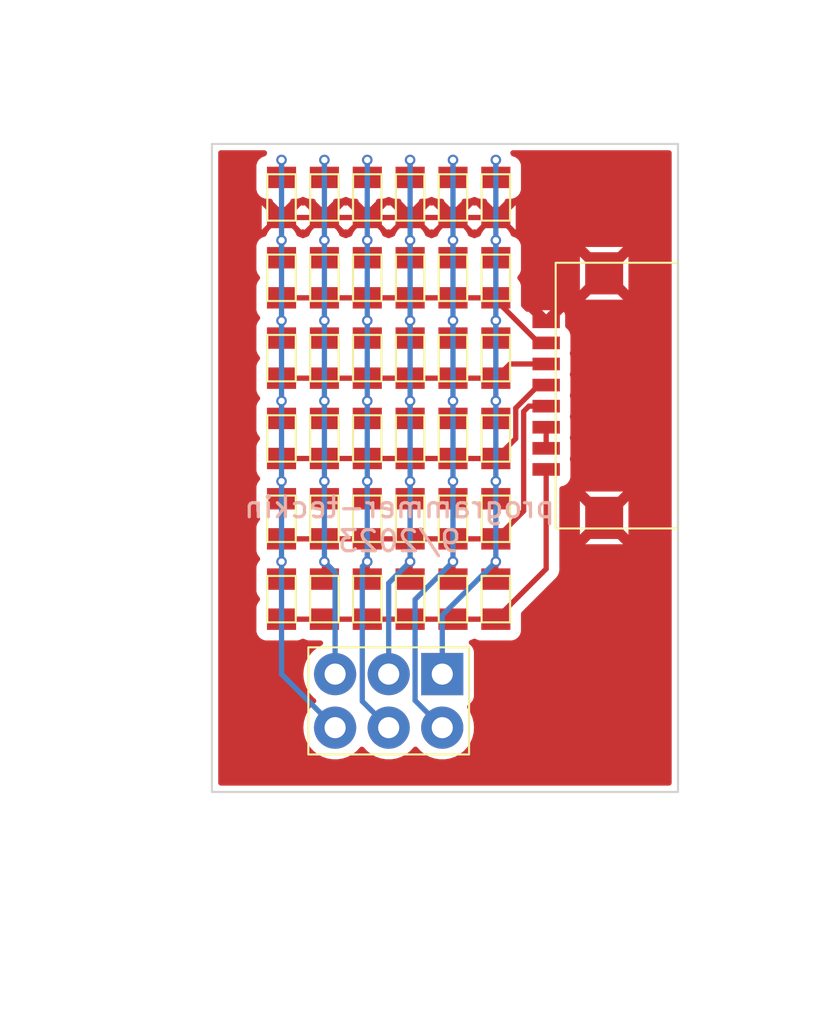
<source format=kicad_pcb>
(kicad_pcb (version 20221018) (generator pcbnew)
  (layers (0 "F.Cu" signal) (31 "B.Cu" signal) (34 "B.Paste" user) (35 "F.Paste" user) (36 "B.SilkS" user "B.Silkscreen") (37 "F.SilkS" user "F.Silkscreen") (38 "B.Mask" user) (39 "F.Mask" user) (44 "Edge.Cuts" user))
  (net 0 "")
  (net 1 "Net-(J1-P1)")
  (net 2 "Net-(J1-P2)")
  (net 3 "Net-(J1-P4)")
  (net 4 "Net-(J1-P5)")
  (net 5 "Net-(J1-P6)")
  (net 6 "Net-(J1-P7)")
  (net 7 "Net-(J1-GND)")
  (net 8 "Net-(J2-P1)")
  (net 9 "Net-(J2-P2)")
  (net 10 "Net-(J2-P3)")
  (net 11 "Net-(J2-P4)")
  (net 12 "Net-(J2-P5)")
  (net 13 "Net-(J2-P6)")
  (footprint "zandmd:PASSIVE-NPOL-0805" (layer "F.Cu") (at 106.934 41.656 90)
    (fp_text reference "R8")
    (fp_text value "0")
    (fp_rect (start -1.1 -0.675) (end 1.1 0.675) (stroke (width 0.1)) (fill none) (layer "F.SilkS"))
    (pad "1" smd rect (at -0.9505 0 90) (size 1.0156 1.3815) (layers "F.Cu" "F.Paste" "F.Mask") (net 6 "Net-(J1-P7)"))
    (pad "2" smd rect (at 0.9505 0 90) (size 1.0156 1.3815) (layers "F.Cu" "F.Paste" "F.Mask") (net 12 "Net-(J2-P5)"))
  )
  (footprint "zandmd:PASSIVE-NPOL-0805" (layer "F.Cu") (at 115.062 56.896 -90)
    (fp_text reference "R36")
    (fp_text value "0")
    (fp_rect (start -1.1 -0.675) (end 1.1 0.675) (stroke (width 0.1)) (fill none) (layer "F.SilkS"))
    (pad "1" smd rect (at -0.9505 0 270) (size 1.0156 1.3815) (layers "F.Cu" "F.Paste" "F.Mask") (net 8 "Net-(J2-P1)"))
    (pad "2" smd rect (at 0.9505 0 270) (size 1.0156 1.3815) (layers "F.Cu" "F.Paste" "F.Mask") (net 1 "Net-(J1-P1)"))
  )
  (footprint "zandmd:PASSIVE-NPOL-0805" (layer "F.Cu") (at 113.03 53.086 -90)
    (fp_text reference "R29")
    (fp_text value "0")
    (fp_rect (start -1.1 -0.675) (end 1.1 0.675) (stroke (width 0.1)) (fill none) (layer "F.SilkS"))
    (pad "1" smd rect (at -0.9505 0 270) (size 1.0156 1.3815) (layers "F.Cu" "F.Paste" "F.Mask") (net 9 "Net-(J2-P2)"))
    (pad "2" smd rect (at 0.9505 0 270) (size 1.0156 1.3815) (layers "F.Cu" "F.Paste" "F.Mask") (net 3 "Net-(J1-P4)"))
  )
  (footprint "zandmd:PASSIVE-NPOL-0805" (layer "F.Cu") (at 115.062 45.466 -90)
    (fp_text reference "R18")
    (fp_text value "0")
    (fp_rect (start -1.1 -0.675) (end 1.1 0.675) (stroke (width 0.1)) (fill none) (layer "F.SilkS"))
    (pad "1" smd rect (at -0.9505 0 270) (size 1.0156 1.3815) (layers "F.Cu" "F.Paste" "F.Mask") (net 8 "Net-(J2-P1)"))
    (pad "2" smd rect (at 0.9505 0 270) (size 1.0156 1.3815) (layers "F.Cu" "F.Paste" "F.Mask") (net 5 "Net-(J1-P6)"))
  )
  (footprint "zandmd:PASSIVE-NPOL-0805" (layer "F.Cu") (at 115.062 37.846 -90)
    (fp_text reference "R6")
    (fp_text value "0")
    (fp_rect (start -1.1 -0.675) (end 1.1 0.675) (stroke (width 0.1)) (fill none) (layer "F.SilkS"))
    (pad "1" smd rect (at -0.9505 0 270) (size 1.0156 1.3815) (layers "F.Cu" "F.Paste" "F.Mask") (net 8 "Net-(J2-P1)"))
    (pad "2" smd rect (at 0.9505 0 270) (size 1.0156 1.3815) (layers "F.Cu" "F.Paste" "F.Mask") (net 7 "Net-(J1-GND)"))
  )
  (footprint "zandmd:PASSIVE-NPOL-0805" (layer "F.Cu") (at 115.062 53.086 -90)
    (fp_text reference "R30")
    (fp_text value "0")
    (fp_rect (start -1.1 -0.675) (end 1.1 0.675) (stroke (width 0.1)) (fill none) (layer "F.SilkS"))
    (pad "1" smd rect (at -0.9505 0 270) (size 1.0156 1.3815) (layers "F.Cu" "F.Paste" "F.Mask") (net 8 "Net-(J2-P1)"))
    (pad "2" smd rect (at 0.9505 0 270) (size 1.0156 1.3815) (layers "F.Cu" "F.Paste" "F.Mask") (net 3 "Net-(J1-P4)"))
  )
  (footprint "zandmd:PASSIVE-NPOL-0805" (layer "F.Cu") (at 108.966 53.086 90)
    (fp_text reference "R27")
    (fp_text value "0")
    (fp_rect (start -1.1 -0.675) (end 1.1 0.675) (stroke (width 0.1)) (fill none) (layer "F.SilkS"))
    (pad "1" smd rect (at -0.9505 0 90) (size 1.0156 1.3815) (layers "F.Cu" "F.Paste" "F.Mask") (net 3 "Net-(J1-P4)"))
    (pad "2" smd rect (at 0.9505 0 90) (size 1.0156 1.3815) (layers "F.Cu" "F.Paste" "F.Mask") (net 11 "Net-(J2-P4)"))
  )
  (footprint "zandmd:CF25081D0R0-10-NH" (layer "F.Cu") (at 123.698 47.244 90)
    (fp_text reference "J1")
    (fp_text value "CF25081D0R0-10-NH")
    (fp_rect (start -6.3 -5.8) (end 6.3 0) (stroke (width 0.1)) (fill none) (layer "F.SilkS"))
    (pad "1" smd rect (at -3.5 -6.25 90) (size 0.6 1.3) (layers "F.Cu" "F.Paste" "F.Mask") (net 1 "Net-(J1-P1)"))
    (pad "2" smd rect (at -2.5 -6.25 90) (size 0.6 1.3) (layers "F.Cu" "F.Paste" "F.Mask") (net 2 "Net-(J1-P2)"))
    (pad "3" smd rect (at -1.5 -6.25 90) (size 0.6 1.3) (layers "F.Cu" "F.Paste" "F.Mask") (net 2 "Net-(J1-P2)"))
    (pad "4" smd rect (at -0.5 -6.25 90) (size 0.6 1.3) (layers "F.Cu" "F.Paste" "F.Mask") (net 3 "Net-(J1-P4)"))
    (pad "5" smd rect (at 0.5 -6.25 90) (size 0.6 1.3) (layers "F.Cu" "F.Paste" "F.Mask") (net 4 "Net-(J1-P5)"))
    (pad "6" smd rect (at 1.5 -6.25 90) (size 0.6 1.3) (layers "F.Cu" "F.Paste" "F.Mask") (net 5 "Net-(J1-P6)"))
    (pad "7" smd rect (at 2.5 -6.25 90) (size 0.6 1.3) (layers "F.Cu" "F.Paste" "F.Mask") (net 6 "Net-(J1-P7)"))
    (pad "8" smd rect (at 3.5 -6.25 90) (size 0.6 1.3) (layers "F.Cu" "F.Paste" "F.Mask") (net 7 "Net-(J1-GND)"))
    (pad "9" smd rect (at -5.8 -3.5 90) (size 2 1.8) (layers "F.Cu" "F.Paste" "F.Mask") (net 7 "Net-(J1-GND)"))
    (pad "9" smd rect (at 5.8 -3.5 90) (size 2 1.8) (layers "F.Cu" "F.Paste" "F.Mask") (net 7 "Net-(J1-GND)"))
  )
  (footprint "zandmd:PASSIVE-NPOL-0805" (layer "F.Cu") (at 110.998 41.656 -90)
    (fp_text reference "R10")
    (fp_text value "0")
    (fp_rect (start -1.1 -0.675) (end 1.1 0.675) (stroke (width 0.1)) (fill none) (layer "F.SilkS"))
    (pad "1" smd rect (at -0.9505 0 270) (size 1.0156 1.3815) (layers "F.Cu" "F.Paste" "F.Mask") (net 10 "Net-(J2-P3)"))
    (pad "2" smd rect (at 0.9505 0 270) (size 1.0156 1.3815) (layers "F.Cu" "F.Paste" "F.Mask") (net 6 "Net-(J1-P7)"))
  )
  (footprint "zandmd:PASSIVE-NPOL-0805" (layer "F.Cu") (at 113.03 49.276 -90)
    (fp_text reference "R23")
    (fp_text value "0")
    (fp_rect (start -1.1 -0.675) (end 1.1 0.675) (stroke (width 0.1)) (fill none) (layer "F.SilkS"))
    (pad "1" smd rect (at -0.9505 0 270) (size 1.0156 1.3815) (layers "F.Cu" "F.Paste" "F.Mask") (net 9 "Net-(J2-P2)"))
    (pad "2" smd rect (at 0.9505 0 270) (size 1.0156 1.3815) (layers "F.Cu" "F.Paste" "F.Mask") (net 4 "Net-(J1-P5)"))
  )
  (footprint "zandmd:PASSIVE-NPOL-0805" (layer "F.Cu") (at 108.966 56.896 90)
    (fp_text reference "R33")
    (fp_text value "0")
    (fp_rect (start -1.1 -0.675) (end 1.1 0.675) (stroke (width 0.1)) (fill none) (layer "F.SilkS"))
    (pad "1" smd rect (at -0.9505 0 90) (size 1.0156 1.3815) (layers "F.Cu" "F.Paste" "F.Mask") (net 1 "Net-(J1-P1)"))
    (pad "2" smd rect (at 0.9505 0 90) (size 1.0156 1.3815) (layers "F.Cu" "F.Paste" "F.Mask") (net 11 "Net-(J2-P4)"))
  )
  (footprint "zandmd:PASSIVE-NPOL-0805" (layer "F.Cu") (at 108.966 45.466 90)
    (fp_text reference "R15")
    (fp_text value "0")
    (fp_rect (start -1.1 -0.675) (end 1.1 0.675) (stroke (width 0.1)) (fill none) (layer "F.SilkS"))
    (pad "1" smd rect (at -0.9505 0 90) (size 1.0156 1.3815) (layers "F.Cu" "F.Paste" "F.Mask") (net 5 "Net-(J1-P6)"))
    (pad "2" smd rect (at 0.9505 0 90) (size 1.0156 1.3815) (layers "F.Cu" "F.Paste" "F.Mask") (net 11 "Net-(J2-P4)"))
  )
  (footprint "zandmd:PASSIVE-NPOL-0805" (layer "F.Cu") (at 113.03 45.466 -90)
    (fp_text reference "R17")
    (fp_text value "0")
    (fp_rect (start -1.1 -0.675) (end 1.1 0.675) (stroke (width 0.1)) (fill none) (layer "F.SilkS"))
    (pad "1" smd rect (at -0.9505 0 270) (size 1.0156 1.3815) (layers "F.Cu" "F.Paste" "F.Mask") (net 9 "Net-(J2-P2)"))
    (pad "2" smd rect (at 0.9505 0 270) (size 1.0156 1.3815) (layers "F.Cu" "F.Paste" "F.Mask") (net 5 "Net-(J1-P6)"))
  )
  (footprint "zandmd:PASSIVE-NPOL-0805" (layer "F.Cu") (at 113.03 41.656 -90)
    (fp_text reference "R11")
    (fp_text value "0")
    (fp_rect (start -1.1 -0.675) (end 1.1 0.675) (stroke (width 0.1)) (fill none) (layer "F.SilkS"))
    (pad "1" smd rect (at -0.9505 0 270) (size 1.0156 1.3815) (layers "F.Cu" "F.Paste" "F.Mask") (net 9 "Net-(J2-P2)"))
    (pad "2" smd rect (at 0.9505 0 270) (size 1.0156 1.3815) (layers "F.Cu" "F.Paste" "F.Mask") (net 6 "Net-(J1-P7)"))
  )
  (footprint "zandmd:PASSIVE-NPOL-0805" (layer "F.Cu") (at 108.966 41.656 90)
    (fp_text reference "R9")
    (fp_text value "0")
    (fp_rect (start -1.1 -0.675) (end 1.1 0.675) (stroke (width 0.1)) (fill none) (layer "F.SilkS"))
    (pad "1" smd rect (at -0.9505 0 90) (size 1.0156 1.3815) (layers "F.Cu" "F.Paste" "F.Mask") (net 6 "Net-(J1-P7)"))
    (pad "2" smd rect (at 0.9505 0 90) (size 1.0156 1.3815) (layers "F.Cu" "F.Paste" "F.Mask") (net 11 "Net-(J2-P4)"))
  )
  (footprint "zandmd:PASSIVE-NPOL-0805" (layer "F.Cu") (at 108.966 37.846 90)
    (fp_text reference "R3")
    (fp_text value "0")
    (fp_rect (start -1.1 -0.675) (end 1.1 0.675) (stroke (width 0.1)) (fill none) (layer "F.SilkS"))
    (pad "1" smd rect (at -0.9505 0 90) (size 1.0156 1.3815) (layers "F.Cu" "F.Paste" "F.Mask") (net 7 "Net-(J1-GND)"))
    (pad "2" smd rect (at 0.9505 0 90) (size 1.0156 1.3815) (layers "F.Cu" "F.Paste" "F.Mask") (net 11 "Net-(J2-P4)"))
  )
  (footprint "zandmd:PASSIVE-NPOL-0805" (layer "F.Cu") (at 106.934 56.896 90)
    (fp_text reference "R32")
    (fp_text value "0")
    (fp_rect (start -1.1 -0.675) (end 1.1 0.675) (stroke (width 0.1)) (fill none) (layer "F.SilkS"))
    (pad "1" smd rect (at -0.9505 0 90) (size 1.0156 1.3815) (layers "F.Cu" "F.Paste" "F.Mask") (net 1 "Net-(J1-P1)"))
    (pad "2" smd rect (at 0.9505 0 90) (size 1.0156 1.3815) (layers "F.Cu" "F.Paste" "F.Mask") (net 12 "Net-(J2-P5)"))
  )
  (footprint "zandmd:PASSIVE-NPOL-0805" (layer "F.Cu") (at 104.902 53.086 90)
    (fp_text reference "R25")
    (fp_text value "0")
    (fp_rect (start -1.1 -0.675) (end 1.1 0.675) (stroke (width 0.1)) (fill none) (layer "F.SilkS"))
    (pad "1" smd rect (at -0.9505 0 90) (size 1.0156 1.3815) (layers "F.Cu" "F.Paste" "F.Mask") (net 3 "Net-(J1-P4)"))
    (pad "2" smd rect (at 0.9505 0 90) (size 1.0156 1.3815) (layers "F.Cu" "F.Paste" "F.Mask") (net 13 "Net-(J2-P6)"))
  )
  (footprint "zandmd:PASSIVE-NPOL-0805" (layer "F.Cu") (at 113.03 56.896 -90)
    (fp_text reference "R35")
    (fp_text value "0")
    (fp_rect (start -1.1 -0.675) (end 1.1 0.675) (stroke (width 0.1)) (fill none) (layer "F.SilkS"))
    (pad "1" smd rect (at -0.9505 0 270) (size 1.0156 1.3815) (layers "F.Cu" "F.Paste" "F.Mask") (net 9 "Net-(J2-P2)"))
    (pad "2" smd rect (at 0.9505 0 270) (size 1.0156 1.3815) (layers "F.Cu" "F.Paste" "F.Mask") (net 1 "Net-(J1-P1)"))
  )
  (footprint "zandmd:PASSIVE-NPOL-0805" (layer "F.Cu") (at 104.902 56.896 90)
    (fp_text reference "R31")
    (fp_text value "0")
    (fp_rect (start -1.1 -0.675) (end 1.1 0.675) (stroke (width 0.1)) (fill none) (layer "F.SilkS"))
    (pad "1" smd rect (at -0.9505 0 90) (size 1.0156 1.3815) (layers "F.Cu" "F.Paste" "F.Mask") (net 1 "Net-(J1-P1)"))
    (pad "2" smd rect (at 0.9505 0 90) (size 1.0156 1.3815) (layers "F.Cu" "F.Paste" "F.Mask") (net 13 "Net-(J2-P6)"))
  )
  (footprint "zandmd:PASSIVE-NPOL-0805" (layer "F.Cu") (at 106.934 37.846 90)
    (fp_text reference "R2")
    (fp_text value "0")
    (fp_rect (start -1.1 -0.675) (end 1.1 0.675) (stroke (width 0.1)) (fill none) (layer "F.SilkS"))
    (pad "1" smd rect (at -0.9505 0 90) (size 1.0156 1.3815) (layers "F.Cu" "F.Paste" "F.Mask") (net 7 "Net-(J1-GND)"))
    (pad "2" smd rect (at 0.9505 0 90) (size 1.0156 1.3815) (layers "F.Cu" "F.Paste" "F.Mask") (net 12 "Net-(J2-P5)"))
  )
  (footprint "zandmd:PASSIVE-NPOL-0805" (layer "F.Cu") (at 106.934 49.276 90)
    (fp_text reference "R20")
    (fp_text value "0")
    (fp_rect (start -1.1 -0.675) (end 1.1 0.675) (stroke (width 0.1)) (fill none) (layer "F.SilkS"))
    (pad "1" smd rect (at -0.9505 0 90) (size 1.0156 1.3815) (layers "F.Cu" "F.Paste" "F.Mask") (net 4 "Net-(J1-P5)"))
    (pad "2" smd rect (at 0.9505 0 90) (size 1.0156 1.3815) (layers "F.Cu" "F.Paste" "F.Mask") (net 12 "Net-(J2-P5)"))
  )
  (footprint "zandmd:PASSIVE-NPOL-0805" (layer "F.Cu") (at 110.998 53.086 -90)
    (fp_text reference "R28")
    (fp_text value "0")
    (fp_rect (start -1.1 -0.675) (end 1.1 0.675) (stroke (width 0.1)) (fill none) (layer "F.SilkS"))
    (pad "1" smd rect (at -0.9505 0 270) (size 1.0156 1.3815) (layers "F.Cu" "F.Paste" "F.Mask") (net 10 "Net-(J2-P3)"))
    (pad "2" smd rect (at 0.9505 0 270) (size 1.0156 1.3815) (layers "F.Cu" "F.Paste" "F.Mask") (net 3 "Net-(J1-P4)"))
  )
  (footprint "zandmd:PASSIVE-NPOL-0805" (layer "F.Cu") (at 113.03 37.846 -90)
    (fp_text reference "R5")
    (fp_text value "0")
    (fp_rect (start -1.1 -0.675) (end 1.1 0.675) (stroke (width 0.1)) (fill none) (layer "F.SilkS"))
    (pad "1" smd rect (at -0.9505 0 270) (size 1.0156 1.3815) (layers "F.Cu" "F.Paste" "F.Mask") (net 9 "Net-(J2-P2)"))
    (pad "2" smd rect (at 0.9505 0 270) (size 1.0156 1.3815) (layers "F.Cu" "F.Paste" "F.Mask") (net 7 "Net-(J1-GND)"))
  )
  (footprint "zandmd:PASSIVE-NPOL-0805" (layer "F.Cu") (at 110.998 56.896 -90)
    (fp_text reference "R34")
    (fp_text value "0")
    (fp_rect (start -1.1 -0.675) (end 1.1 0.675) (stroke (width 0.1)) (fill none) (layer "F.SilkS"))
    (pad "1" smd rect (at -0.9505 0 270) (size 1.0156 1.3815) (layers "F.Cu" "F.Paste" "F.Mask") (net 10 "Net-(J2-P3)"))
    (pad "2" smd rect (at 0.9505 0 270) (size 1.0156 1.3815) (layers "F.Cu" "F.Paste" "F.Mask") (net 1 "Net-(J1-P1)"))
  )
  (footprint "zandmd:PASSIVE-NPOL-0805" (layer "F.Cu") (at 108.966 49.276 90)
    (fp_text reference "R21")
    (fp_text value "0")
    (fp_rect (start -1.1 -0.675) (end 1.1 0.675) (stroke (width 0.1)) (fill none) (layer "F.SilkS"))
    (pad "1" smd rect (at -0.9505 0 90) (size 1.0156 1.3815) (layers "F.Cu" "F.Paste" "F.Mask") (net 4 "Net-(J1-P5)"))
    (pad "2" smd rect (at 0.9505 0 90) (size 1.0156 1.3815) (layers "F.Cu" "F.Paste" "F.Mask") (net 11 "Net-(J2-P4)"))
  )
  (footprint "zandmd:PASSIVE-NPOL-0805" (layer "F.Cu") (at 104.902 37.846 90)
    (fp_text reference "R1")
    (fp_text value "0")
    (fp_rect (start -1.1 -0.675) (end 1.1 0.675) (stroke (width 0.1)) (fill none) (layer "F.SilkS"))
    (pad "1" smd rect (at -0.9505 0 90) (size 1.0156 1.3815) (layers "F.Cu" "F.Paste" "F.Mask") (net 7 "Net-(J1-GND)"))
    (pad "2" smd rect (at 0.9505 0 90) (size 1.0156 1.3815) (layers "F.Cu" "F.Paste" "F.Mask") (net 13 "Net-(J2-P6)"))
  )
  (footprint "zandmd:PASSIVE-NPOL-0805" (layer "F.Cu") (at 106.934 45.466 90)
    (fp_text reference "R14")
    (fp_text value "0")
    (fp_rect (start -1.1 -0.675) (end 1.1 0.675) (stroke (width 0.1)) (fill none) (layer "F.SilkS"))
    (pad "1" smd rect (at -0.9505 0 90) (size 1.0156 1.3815) (layers "F.Cu" "F.Paste" "F.Mask") (net 5 "Net-(J1-P6)"))
    (pad "2" smd rect (at 0.9505 0 90) (size 1.0156 1.3815) (layers "F.Cu" "F.Paste" "F.Mask") (net 12 "Net-(J2-P5)"))
  )
  (footprint "zandmd:PASSIVE-NPOL-0805" (layer "F.Cu") (at 115.062 41.656 -90)
    (fp_text reference "R12")
    (fp_text value "0")
    (fp_rect (start -1.1 -0.675) (end 1.1 0.675) (stroke (width 0.1)) (fill none) (layer "F.SilkS"))
    (pad "1" smd rect (at -0.9505 0 270) (size 1.0156 1.3815) (layers "F.Cu" "F.Paste" "F.Mask") (net 8 "Net-(J2-P1)"))
    (pad "2" smd rect (at 0.9505 0 270) (size 1.0156 1.3815) (layers "F.Cu" "F.Paste" "F.Mask") (net 6 "Net-(J1-P7)"))
  )
  (footprint "zandmd:PASSIVE-NPOL-0805" (layer "F.Cu") (at 115.062 49.276 -90)
    (fp_text reference "R24")
    (fp_text value "0")
    (fp_rect (start -1.1 -0.675) (end 1.1 0.675) (stroke (width 0.1)) (fill none) (layer "F.SilkS"))
    (pad "1" smd rect (at -0.9505 0 270) (size 1.0156 1.3815) (layers "F.Cu" "F.Paste" "F.Mask") (net 8 "Net-(J2-P1)"))
    (pad "2" smd rect (at 0.9505 0 270) (size 1.0156 1.3815) (layers "F.Cu" "F.Paste" "F.Mask") (net 4 "Net-(J1-P5)"))
  )
  (footprint "zandmd:PH2-06-UA" (layer "F.Cu") (at 109.982 61.722 180)
    (fp_text reference "J2")
    (fp_text value "PH2-06-UA")
    (fp_rect (start -3.81 -2.54) (end 3.81 2.54) (stroke (width 0.1)) (fill none) (layer "F.SilkS"))
    (pad "1" thru_hole rect (at -2.54 1.27 180) (size 2 2) (drill 1) (layers "*.Cu" "*.Mask") (net 8 "Net-(J2-P1)"))
    (pad "2" thru_hole circle (at -2.54 -1.27 180) (size 2 2) (drill 1) (layers "*.Cu" "*.Mask") (net 9 "Net-(J2-P2)"))
    (pad "3" thru_hole circle (at 0 1.27 180) (size 2 2) (drill 1) (layers "*.Cu" "*.Mask") (net 10 "Net-(J2-P3)"))
    (pad "4" thru_hole circle (at 0 -1.27 180) (size 2 2) (drill 1) (layers "*.Cu" "*.Mask") (net 11 "Net-(J2-P4)"))
    (pad "5" thru_hole circle (at 2.54 1.27 180) (size 2 2) (drill 1) (layers "*.Cu" "*.Mask") (net 12 "Net-(J2-P5)"))
    (pad "6" thru_hole circle (at 2.54 -1.27 180) (size 2 2) (drill 1) (layers "*.Cu" "*.Mask") (net 13 "Net-(J2-P6)"))
  )
  (footprint "zandmd:PASSIVE-NPOL-0805" (layer "F.Cu") (at 110.998 45.466 -90)
    (fp_text reference "R16")
    (fp_text value "0")
    (fp_rect (start -1.1 -0.675) (end 1.1 0.675) (stroke (width 0.1)) (fill none) (layer "F.SilkS"))
    (pad "1" smd rect (at -0.9505 0 270) (size 1.0156 1.3815) (layers "F.Cu" "F.Paste" "F.Mask") (net 10 "Net-(J2-P3)"))
    (pad "2" smd rect (at 0.9505 0 270) (size 1.0156 1.3815) (layers "F.Cu" "F.Paste" "F.Mask") (net 5 "Net-(J1-P6)"))
  )
  (footprint "zandmd:PASSIVE-NPOL-0805" (layer "F.Cu") (at 104.902 49.276 90)
    (fp_text reference "R19")
    (fp_text value "0")
    (fp_rect (start -1.1 -0.675) (end 1.1 0.675) (stroke (width 0.1)) (fill none) (layer "F.SilkS"))
    (pad "1" smd rect (at -0.9505 0 90) (size 1.0156 1.3815) (layers "F.Cu" "F.Paste" "F.Mask") (net 4 "Net-(J1-P5)"))
    (pad "2" smd rect (at 0.9505 0 90) (size 1.0156 1.3815) (layers "F.Cu" "F.Paste" "F.Mask") (net 13 "Net-(J2-P6)"))
  )
  (footprint "zandmd:PASSIVE-NPOL-0805" (layer "F.Cu") (at 110.998 49.276 -90)
    (fp_text reference "R22")
    (fp_text value "0")
    (fp_rect (start -1.1 -0.675) (end 1.1 0.675) (stroke (width 0.1)) (fill none) (layer "F.SilkS"))
    (pad "1" smd rect (at -0.9505 0 270) (size 1.0156 1.3815) (layers "F.Cu" "F.Paste" "F.Mask") (net 10 "Net-(J2-P3)"))
    (pad "2" smd rect (at 0.9505 0 270) (size 1.0156 1.3815) (layers "F.Cu" "F.Paste" "F.Mask") (net 4 "Net-(J1-P5)"))
  )
  (footprint "zandmd:PASSIVE-NPOL-0805" (layer "F.Cu") (at 104.902 41.656 90)
    (fp_text reference "R7")
    (fp_text value "0")
    (fp_rect (start -1.1 -0.675) (end 1.1 0.675) (stroke (width 0.1)) (fill none) (layer "F.SilkS"))
    (pad "1" smd rect (at -0.9505 0 90) (size 1.0156 1.3815) (layers "F.Cu" "F.Paste" "F.Mask") (net 6 "Net-(J1-P7)"))
    (pad "2" smd rect (at 0.9505 0 90) (size 1.0156 1.3815) (layers "F.Cu" "F.Paste" "F.Mask") (net 13 "Net-(J2-P6)"))
  )
  (footprint "zandmd:PASSIVE-NPOL-0805" (layer "F.Cu") (at 104.902 45.466 90)
    (fp_text reference "R13")
    (fp_text value "0")
    (fp_rect (start -1.1 -0.675) (end 1.1 0.675) (stroke (width 0.1)) (fill none) (layer "F.SilkS"))
    (pad "1" smd rect (at -0.9505 0 90) (size 1.0156 1.3815) (layers "F.Cu" "F.Paste" "F.Mask") (net 5 "Net-(J1-P6)"))
    (pad "2" smd rect (at 0.9505 0 90) (size 1.0156 1.3815) (layers "F.Cu" "F.Paste" "F.Mask") (net 13 "Net-(J2-P6)"))
  )
  (footprint "zandmd:PASSIVE-NPOL-0805" (layer "F.Cu") (at 106.934 53.086 90)
    (fp_text reference "R26")
    (fp_text value "0")
    (fp_rect (start -1.1 -0.675) (end 1.1 0.675) (stroke (width 0.1)) (fill none) (layer "F.SilkS"))
    (pad "1" smd rect (at -0.9505 0 90) (size 1.0156 1.3815) (layers "F.Cu" "F.Paste" "F.Mask") (net 3 "Net-(J1-P4)"))
    (pad "2" smd rect (at 0.9505 0 90) (size 1.0156 1.3815) (layers "F.Cu" "F.Paste" "F.Mask") (net 12 "Net-(J2-P5)"))
  )
  (footprint "zandmd:PASSIVE-NPOL-0805" (layer "F.Cu") (at 110.998 37.846 -90)
    (fp_text reference "R4")
    (fp_text value "0")
    (fp_rect (start -1.1 -0.675) (end 1.1 0.675) (stroke (width 0.1)) (fill none) (layer "F.SilkS"))
    (pad "1" smd rect (at -0.9505 0 270) (size 1.0156 1.3815) (layers "F.Cu" "F.Paste" "F.Mask") (net 10 "Net-(J2-P3)"))
    (pad "2" smd rect (at 0.9505 0 270) (size 1.0156 1.3815) (layers "F.Cu" "F.Paste" "F.Mask") (net 7 "Net-(J1-GND)"))
  )
  (gr_rect (start 101.6 35.306) (end 123.698 66.04) (stroke (width 0.1)) (fill none) (layer "Edge.Cuts"))
  (gr_text "programmer-teckin\n9/2023" (at 110.49 53.34) (layer "B.SilkS") (effects (font (size 1 1) (thickness 0.153)) (justify mirror)))
  (segment (start 117.448 50.744) (end 117.448 55.4605) (width 0.25) (layer "F.Cu") (net 1))
  (segment (start 108.966 57.8465) (end 106.934 57.8465) (width 0.25) (layer "F.Cu") (net 1))
  (segment (start 117.448 55.4605) (end 115.062 57.8465) (width 0.25) (layer "F.Cu") (net 1))
  (segment (start 110.998 57.8465) (end 108.966 57.8465) (width 0.25) (layer "F.Cu") (net 1))
  (segment (start 113.03 57.8465) (end 110.998 57.8465) (width 0.25) (layer "F.Cu") (net 1))
  (segment (start 115.062 57.8465) (end 113.03 57.8465) (width 0.25) (layer "F.Cu") (net 1))
  (segment (start 106.934 57.8465) (end 104.902 57.8465) (width 0.25) (layer "F.Cu") (net 1))
  (segment (start 117.448 49.744) (end 117.448 48.744) (width 0.25) (layer "F.Cu") (net 2))
  (segment (start 117.448 47.744) (end 116.631158 47.744) (width 0.25) (layer "F.Cu") (net 3))
  (segment (start 116.38175 52.71675) (end 115.062 54.0365) (width 0.25) (layer "F.Cu") (net 3))
  (segment (start 116.38175 47.993408) (end 116.38175 52.71675) (width 0.25) (layer "F.Cu") (net 3))
  (segment (start 104.902 54.0365) (end 106.934 54.0365) (width 0.25) (layer "F.Cu") (net 3))
  (segment (start 110.998 54.0365) (end 113.03 54.0365) (width 0.25) (layer "F.Cu") (net 3))
  (segment (start 108.966 54.0365) (end 110.998 54.0365) (width 0.25) (layer "F.Cu") (net 3))
  (segment (start 113.03 54.0365) (end 115.062 54.0365) (width 0.25) (layer "F.Cu") (net 3))
  (segment (start 116.631158 47.744) (end 116.38175 47.993408) (width 0.25) (layer "F.Cu") (net 3))
  (segment (start 106.934 54.0365) (end 108.966 54.0365) (width 0.25) (layer "F.Cu") (net 3))
  (segment (start 117.448 46.744) (end 117.098 46.744) (width 0.25) (layer "F.Cu") (net 4))
  (segment (start 108.966 50.2265) (end 106.934 50.2265) (width 0.25) (layer "F.Cu") (net 4))
  (segment (start 115.062 50.2265) (end 113.03 50.2265) (width 0.25) (layer "F.Cu") (net 4))
  (segment (start 117.098 46.744) (end 116.00475 47.83725) (width 0.25) (layer "F.Cu") (net 4))
  (segment (start 113.03 50.2265) (end 110.998 50.2265) (width 0.25) (layer "F.Cu") (net 4))
  (segment (start 116.00475 47.83725) (end 116.00475 49.28375) (width 0.25) (layer "F.Cu") (net 4))
  (segment (start 116.00475 49.28375) (end 115.062 50.2265) (width 0.25) (layer "F.Cu") (net 4))
  (segment (start 106.934 50.2265) (end 104.902 50.2265) (width 0.25) (layer "F.Cu") (net 4))
  (segment (start 110.998 50.2265) (end 108.966 50.2265) (width 0.25) (layer "F.Cu") (net 4))
  (segment (start 110.998 46.4165) (end 113.03 46.4165) (width 0.25) (layer "F.Cu") (net 5))
  (segment (start 106.934 46.4165) (end 108.966 46.4165) (width 0.25) (layer "F.Cu") (net 5))
  (segment (start 108.966 46.4165) (end 110.998 46.4165) (width 0.25) (layer "F.Cu") (net 5))
  (segment (start 104.902 46.4165) (end 106.934 46.4165) (width 0.25) (layer "F.Cu") (net 5))
  (segment (start 115.7345 45.744) (end 115.062 46.4165) (width 0.25) (layer "F.Cu") (net 5))
  (segment (start 113.03 46.4165) (end 115.062 46.4165) (width 0.25) (layer "F.Cu") (net 5))
  (segment (start 117.448 45.744) (end 115.7345 45.744) (width 0.25) (layer "F.Cu") (net 5))
  (segment (start 117.448 44.744) (end 117.098 44.744) (width 0.25) (layer "F.Cu") (net 6))
  (segment (start 117.098 44.744) (end 115.062 42.708) (width 0.25) (layer "F.Cu") (net 6))
  (segment (start 115.062 42.6065) (end 113.03 42.6065) (width 0.25) (layer "F.Cu") (net 6))
  (segment (start 113.03 42.6065) (end 110.998 42.6065) (width 0.25) (layer "F.Cu") (net 6))
  (segment (start 106.934 42.6065) (end 104.902 42.6065) (width 0.25) (layer "F.Cu") (net 6))
  (segment (start 110.998 42.6065) (end 108.966 42.6065) (width 0.25) (layer "F.Cu") (net 6))
  (segment (start 115.062 42.708) (end 115.062 42.6065) (width 0.25) (layer "F.Cu") (net 6))
  (segment (start 108.966 42.6065) (end 106.934 42.6065) (width 0.25) (layer "F.Cu") (net 6))
  (segment (start 108.966 38.7965) (end 110.998 38.7965) (width 0.25) (layer "F.Cu") (net 7))
  (segment (start 106.934 38.7965) (end 108.966 38.7965) (width 0.25) (layer "F.Cu") (net 7))
  (segment (start 110.998 38.7965) (end 113.03 38.7965) (width 0.25) (layer "F.Cu") (net 7))
  (segment (start 104.902 38.7965) (end 106.934 38.7965) (width 0.25) (layer "F.Cu") (net 7))
  (segment (start 113.03 38.7965) (end 115.062 38.7965) (width 0.25) (layer "F.Cu") (net 7))
  (segment (start 115.062 44.5155) (end 115.062 43.688) (width 0.25) (layer "F.Cu") (net 8))
  (segment (start 115.062 36.8955) (end 115.062 36.068) (width 0.25) (layer "F.Cu") (net 8))
  (segment (start 115.062 55.9455) (end 115.062 55.118) (width 0.25) (layer "F.Cu") (net 8))
  (segment (start 115.062 40.7055) (end 115.062 39.878) (width 0.25) (layer "F.Cu") (net 8))
  (segment (start 115.062 48.3255) (end 115.062 47.498) (width 0.25) (layer "F.Cu") (net 8))
  (segment (start 115.062 52.1355) (end 115.062 51.308) (width 0.25) (layer "F.Cu") (net 8))
  (via (at 115.062 47.498) (size 0.5) (drill 0.3) (layers "F.Cu" "B.Cu") (net 8))
  (via (at 115.062 39.878) (size 0.5) (drill 0.3) (layers "F.Cu" "B.Cu") (net 8))
  (via (at 115.062 36.068) (size 0.5) (drill 0.3) (layers "F.Cu" "B.Cu") (net 8))
  (via (at 115.062 43.688) (size 0.5) (drill 0.3) (layers "F.Cu" "B.Cu") (net 8))
  (via (at 115.062 55.118) (size 0.5) (drill 0.3) (layers "F.Cu" "B.Cu") (net 8))
  (via (at 115.062 51.308) (size 0.5) (drill 0.3) (layers "F.Cu" "B.Cu") (net 8))
  (segment (start 115.062 47.498) (end 115.062 51.308) (width 0.25) (layer "B.Cu") (net 8))
  (segment (start 115.062 51.308) (end 115.062 55.118) (width 0.25) (layer "B.Cu") (net 8))
  (segment (start 115.062 55.118) (end 112.522 57.658) (width 0.25) (layer "B.Cu") (net 8))
  (segment (start 115.062 39.878) (end 115.062 43.688) (width 0.25) (layer "B.Cu") (net 8))
  (segment (start 115.062 36.068) (end 115.062 39.878) (width 0.25) (layer "B.Cu") (net 8))
  (segment (start 112.522 57.658) (end 112.522 60.452) (width 0.25) (layer "B.Cu") (net 8))
  (segment (start 115.062 43.688) (end 115.062 47.498) (width 0.25) (layer "B.Cu") (net 8))
  (segment (start 113.03 36.8955) (end 113.03 36.068) (width 0.25) (layer "F.Cu") (net 9))
  (segment (start 113.03 48.3255) (end 113.03 47.498) (width 0.25) (layer "F.Cu") (net 9))
  (segment (start 113.03 55.9455) (end 113.03 55.118) (width 0.25) (layer "F.Cu") (net 9))
  (segment (start 113.03 44.5155) (end 113.03 43.688) (width 0.25) (layer "F.Cu") (net 9))
  (segment (start 113.03 52.1355) (end 113.03 51.308) (width 0.25) (layer "F.Cu") (net 9))
  (segment (start 113.03 40.7055) (end 113.03 39.878) (width 0.25) (layer "F.Cu") (net 9))
  (via (at 113.03 36.068) (size 0.5) (drill 0.3) (layers "F.Cu" "B.Cu") (net 9))
  (via (at 113.03 51.308) (size 0.5) (drill 0.3) (layers "F.Cu" "B.Cu") (net 9))
  (via (at 113.03 47.498) (size 0.5) (drill 0.3) (layers "F.Cu" "B.Cu") (net 9))
  (via (at 113.03 55.118) (size 0.5) (drill 0.3) (layers "F.Cu" "B.Cu") (net 9))
  (via (at 113.03 39.878) (size 0.5) (drill 0.3) (layers "F.Cu" "B.Cu") (net 9))
  (via (at 113.03 43.688) (size 0.5) (drill 0.3) (layers "F.Cu" "B.Cu") (net 9))
  (segment (start 111.234 56.914) (end 111.234 61.704) (width 0.25) (layer "B.Cu") (net 9))
  (segment (start 113.03 55.118) (end 111.234 56.914) (width 0.25) (layer "B.Cu") (net 9))
  (segment (start 113.03 43.688) (end 113.03 39.878) (width 0.25) (layer "B.Cu") (net 9))
  (segment (start 113.03 39.878) (end 113.03 36.068) (width 0.25) (layer "B.Cu") (net 9))
  (segment (start 113.03 55.118) (end 113.03 51.308) (width 0.25) (layer "B.Cu") (net 9))
  (segment (start 113.03 47.498) (end 113.03 43.688) (width 0.25) (layer "B.Cu") (net 9))
  (segment (start 111.234 61.704) (end 112.522 62.992) (width 0.25) (layer "B.Cu") (net 9))
  (segment (start 113.03 51.308) (end 113.03 47.498) (width 0.25) (layer "B.Cu") (net 9))
  (segment (start 110.998 44.5155) (end 110.998 43.688) (width 0.25) (layer "F.Cu") (net 10))
  (segment (start 110.998 52.1355) (end 110.998 51.308) (width 0.25) (layer "F.Cu") (net 10))
  (segment (start 110.998 40.7055) (end 110.998 39.878) (width 0.25) (layer "F.Cu") (net 10))
  (segment (start 110.998 36.8955) (end 110.998 36.068) (width 0.25) (layer "F.Cu") (net 10))
  (segment (start 110.998 55.9455) (end 110.998 55.118) (width 0.25) (layer "F.Cu") (net 10))
  (segment (start 110.998 48.3255) (end 110.998 47.498) (width 0.25) (layer "F.Cu") (net 10))
  (via (at 110.998 51.308) (size 0.5) (drill 0.3) (layers "F.Cu" "B.Cu") (net 10))
  (via (at 110.998 36.068) (size 0.5) (drill 0.3) (layers "F.Cu" "B.Cu") (net 10))
  (via (at 110.998 55.118) (size 0.5) (drill 0.3) (layers "F.Cu" "B.Cu") (net 10))
  (via (at 110.998 47.498) (size 0.5) (drill 0.3) (layers "F.Cu" "B.Cu") (net 10))
  (via (at 110.998 43.688) (size 0.5) (drill 0.3) (layers "F.Cu" "B.Cu") (net 10))
  (via (at 110.998 39.878) (size 0.5) (drill 0.3) (layers "F.Cu" "B.Cu") (net 10))
  (segment (start 110.998 47.498) (end 110.998 43.688) (width 0.25) (layer "B.Cu") (net 10))
  (segment (start 110.998 43.688) (end 110.998 39.878) (width 0.25) (layer "B.Cu") (net 10))
  (segment (start 110.998 55.118) (end 109.982 56.134) (width 0.25) (layer "B.Cu") (net 10))
  (segment (start 110.998 47.498) (end 110.998 51.308) (width 0.25) (layer "B.Cu") (net 10))
  (segment (start 110.998 36.068) (end 110.998 39.878) (width 0.25) (layer "B.Cu") (net 10))
  (segment (start 110.998 51.308) (end 110.998 55.118) (width 0.25) (layer "B.Cu") (net 10))
  (segment (start 109.982 56.134) (end 109.982 60.452) (width 0.25) (layer "B.Cu") (net 10))
  (segment (start 108.966 48.3255) (end 108.966 47.498) (width 0.25) (layer "F.Cu") (net 11))
  (segment (start 108.966 44.5155) (end 108.966 43.688) (width 0.25) (layer "F.Cu") (net 11))
  (segment (start 108.966 36.8955) (end 108.966 36.068) (width 0.25) (layer "F.Cu") (net 11))
  (segment (start 108.966 55.9455) (end 108.966 55.118) (width 0.25) (layer "F.Cu") (net 11))
  (segment (start 108.966 40.7055) (end 108.966 39.878) (width 0.25) (layer "F.Cu") (net 11))
  (segment (start 108.966 52.1355) (end 108.966 51.308) (width 0.25) (layer "F.Cu") (net 11))
  (via (at 108.966 55.118) (size 0.5) (drill 0.3) (layers "F.Cu" "B.Cu") (net 11))
  (via (at 108.966 36.068) (size 0.5) (drill 0.3) (layers "F.Cu" "B.Cu") (net 11))
  (via (at 108.966 43.688) (size 0.5) (drill 0.3) (layers "F.Cu" "B.Cu") (net 11))
  (via (at 108.966 39.878) (size 0.5) (drill 0.3) (layers "F.Cu" "B.Cu") (net 11))
  (via (at 108.966 51.308) (size 0.5) (drill 0.3) (layers "F.Cu" "B.Cu") (net 11))
  (via (at 108.966 47.498) (size 0.5) (drill 0.3) (layers "F.Cu" "B.Cu") (net 11))
  (segment (start 108.966 43.688) (end 108.966 39.878) (width 0.25) (layer "B.Cu") (net 11))
  (segment (start 108.966 55.118) (end 108.966 51.308) (width 0.25) (layer "B.Cu") (net 11))
  (segment (start 108.966 51.308) (end 108.966 47.498) (width 0.25) (layer "B.Cu") (net 11))
  (segment (start 108.73 61.74) (end 109.982 62.992) (width 0.25) (layer "B.Cu") (net 11))
  (segment (start 108.966 39.878) (end 108.966 36.068) (width 0.25) (layer "B.Cu") (net 11))
  (segment (start 108.966 47.498) (end 108.966 43.688) (width 0.25) (layer "B.Cu") (net 11))
  (segment (start 108.966 55.118) (end 108.73 55.354) (width 0.25) (layer "B.Cu") (net 11))
  (segment (start 108.73 55.354) (end 108.73 61.74) (width 0.25) (layer "B.Cu") (net 11))
  (segment (start 106.934 48.3255) (end 106.934 47.498) (width 0.25) (layer "F.Cu") (net 12))
  (segment (start 106.934 40.7055) (end 106.934 39.878) (width 0.25) (layer "F.Cu") (net 12))
  (segment (start 106.934 52.1355) (end 106.934 51.308) (width 0.25) (layer "F.Cu") (net 12))
  (segment (start 106.934 36.8955) (end 106.934 36.068) (width 0.25) (layer "F.Cu") (net 12))
  (segment (start 106.934 44.5155) (end 106.934 43.688) (width 0.25) (layer "F.Cu") (net 12))
  (segment (start 106.934 55.9455) (end 106.934 55.118) (width 0.25) (layer "F.Cu") (net 12))
  (via (at 106.934 43.688) (size 0.5) (drill 0.3) (layers "F.Cu" "B.Cu") (net 12))
  (via (at 106.934 51.308) (size 0.5) (drill 0.3) (layers "F.Cu" "B.Cu") (net 12))
  (via (at 106.934 36.068) (size 0.5) (drill 0.3) (layers "F.Cu" "B.Cu") (net 12))
  (via (at 106.934 39.878) (size 0.5) (drill 0.3) (layers "F.Cu" "B.Cu") (net 12))
  (via (at 106.934 47.498) (size 0.5) (drill 0.3) (layers "F.Cu" "B.Cu") (net 12))
  (via (at 106.934 55.118) (size 0.5) (drill 0.3) (layers "F.Cu" "B.Cu") (net 12))
  (segment (start 106.934 51.308) (end 106.934 55.118) (width 0.25) (layer "B.Cu") (net 12))
  (segment (start 106.934 39.878) (end 106.934 36.068) (width 0.25) (layer "B.Cu") (net 12))
  (segment (start 107.442 55.626) (end 107.442 60.452) (width 0.25) (layer "B.Cu") (net 12))
  (segment (start 106.934 47.498) (end 106.934 51.308) (width 0.25) (layer "B.Cu") (net 12))
  (segment (start 106.934 43.688) (end 106.934 39.878) (width 0.25) (layer "B.Cu") (net 12))
  (segment (start 106.934 43.688) (end 106.934 47.498) (width 0.25) (layer "B.Cu") (net 12))
  (segment (start 106.934 55.118) (end 107.442 55.626) (width 0.25) (layer "B.Cu") (net 12))
  (segment (start 104.902 44.5155) (end 104.902 43.688) (width 0.25) (layer "F.Cu") (net 13))
  (segment (start 104.902 48.3255) (end 104.902 47.498) (width 0.25) (layer "F.Cu") (net 13))
  (segment (start 104.902 55.9455) (end 104.902 55.118) (width 0.25) (layer "F.Cu") (net 13))
  (segment (start 104.902 52.1355) (end 104.902 51.308) (width 0.25) (layer "F.Cu") (net 13))
  (segment (start 104.902 40.7055) (end 104.902 39.878) (width 0.25) (layer "F.Cu") (net 13))
  (segment (start 104.902 36.8955) (end 104.902 36.068) (width 0.25) (layer "F.Cu") (net 13))
  (via (at 104.902 39.878) (size 0.5) (drill 0.3) (layers "F.Cu" "B.Cu") (net 13))
  (via (at 104.902 36.068) (size 0.5) (drill 0.3) (layers "F.Cu" "B.Cu") (net 13))
  (via (at 104.902 47.498) (size 0.5) (drill 0.3) (layers "F.Cu" "B.Cu") (net 13))
  (via (at 104.902 43.688) (size 0.5) (drill 0.3) (layers "F.Cu" "B.Cu") (net 13))
  (via (at 104.902 51.308) (size 0.5) (drill 0.3) (layers "F.Cu" "B.Cu") (net 13))
  (via (at 104.902 55.118) (size 0.5) (drill 0.3) (layers "F.Cu" "B.Cu") (net 13))
  (segment (start 104.902 39.878) (end 104.902 36.068) (width 0.25) (layer "B.Cu") (net 13))
  (segment (start 104.902 47.498) (end 104.902 43.688) (width 0.25) (layer "B.Cu") (net 13))
  (segment (start 104.902 55.118) (end 104.902 60.452) (width 0.25) (layer "B.Cu") (net 13))
  (segment (start 104.902 60.452) (end 107.442 62.992) (width 0.25) (layer "B.Cu") (net 13))
  (segment (start 104.902 43.688) (end 104.902 39.878) (width 0.25) (layer "B.Cu") (net 13))
  (segment (start 104.902 55.118) (end 104.902 51.308) (width 0.25) (layer "B.Cu") (net 13))
  (segment (start 104.902 51.308) (end 104.902 47.498) (width 0.25) (layer "B.Cu") (net 13))
  (zone (net 7) (net_name "Net-(J1-GND)") (layer "F.Cu") (connect_pads (clearance 0.5)) (min_thickness 0.25) (fill yes (thermal_gap 0.25) (thermal_bridge_width 0.5))
    (polygon (pts (xy 99.06 33.02) (xy 124.46 33.02) (xy 124.46 68.58) (xy 99.06 68.58)))
  )
)
</source>
